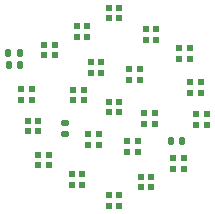
<source format=gbr>
%TF.GenerationSoftware,KiCad,Pcbnew,8.0.4*%
%TF.CreationDate,2024-10-23T12:54:15+11:00*%
%TF.ProjectId,SC_Logo_LED,53435f4c-6f67-46f5-9f4c-45442e6b6963,rev?*%
%TF.SameCoordinates,Original*%
%TF.FileFunction,Soldermask,Top*%
%TF.FilePolarity,Negative*%
%FSLAX46Y46*%
G04 Gerber Fmt 4.6, Leading zero omitted, Abs format (unit mm)*
G04 Created by KiCad (PCBNEW 8.0.4) date 2024-10-23 12:54:15*
%MOMM*%
%LPD*%
G01*
G04 APERTURE LIST*
G04 Aperture macros list*
%AMRoundRect*
0 Rectangle with rounded corners*
0 $1 Rounding radius*
0 $2 $3 $4 $5 $6 $7 $8 $9 X,Y pos of 4 corners*
0 Add a 4 corners polygon primitive as box body*
4,1,4,$2,$3,$4,$5,$6,$7,$8,$9,$2,$3,0*
0 Add four circle primitives for the rounded corners*
1,1,$1+$1,$2,$3*
1,1,$1+$1,$4,$5*
1,1,$1+$1,$6,$7*
1,1,$1+$1,$8,$9*
0 Add four rect primitives between the rounded corners*
20,1,$1+$1,$2,$3,$4,$5,0*
20,1,$1+$1,$4,$5,$6,$7,0*
20,1,$1+$1,$6,$7,$8,$9,0*
20,1,$1+$1,$8,$9,$2,$3,0*%
G04 Aperture macros list end*
%ADD10R,0.500000X0.500000*%
%ADD11RoundRect,0.135000X0.135000X0.185000X-0.135000X0.185000X-0.135000X-0.185000X0.135000X-0.185000X0*%
%ADD12RoundRect,0.140000X-0.140000X-0.170000X0.140000X-0.170000X0.140000X0.170000X-0.140000X0.170000X0*%
%ADD13RoundRect,0.140000X0.170000X-0.140000X0.170000X0.140000X-0.170000X0.140000X-0.170000X-0.140000X0*%
G04 APERTURE END LIST*
D10*
%TO.C,D3*%
X151754000Y-92899434D03*
X151754000Y-93799434D03*
X152654000Y-93799434D03*
X152654000Y-92899434D03*
%TD*%
%TO.C,D2*%
X149035250Y-94469105D03*
X149035250Y-95369105D03*
X149935250Y-95369105D03*
X149935250Y-94469105D03*
%TD*%
%TO.C,D5*%
X157722750Y-96345493D03*
X157722750Y-97245493D03*
X158622750Y-97245493D03*
X158622750Y-96345493D03*
%TD*%
%TO.C,D15*%
X148747473Y-100738000D03*
X149647473Y-100738000D03*
X149647473Y-99838000D03*
X148747473Y-99838000D03*
%TD*%
%TO.C,D1*%
X146316500Y-96038776D03*
X146316500Y-96938776D03*
X147216500Y-96938776D03*
X147216500Y-96038776D03*
%TD*%
%TO.C,D10*%
X152654000Y-109676566D03*
X152654000Y-108776566D03*
X151754000Y-108776566D03*
X151754000Y-109676566D03*
%TD*%
%TO.C,D13*%
X145779000Y-103368274D03*
X145779000Y-102468274D03*
X144879000Y-102468274D03*
X144879000Y-103368274D03*
%TD*%
%TO.C,D21*%
X154760527Y-102738000D03*
X155660527Y-102738000D03*
X155660527Y-101838000D03*
X154760527Y-101838000D03*
%TD*%
%TO.C,D14*%
X145247750Y-100668422D03*
X145247750Y-99768422D03*
X144347750Y-99768422D03*
X144347750Y-100668422D03*
%TD*%
%TO.C,D12*%
X146685250Y-106230507D03*
X146685250Y-105330507D03*
X145785250Y-105330507D03*
X145785250Y-106230507D03*
%TD*%
%TO.C,D7*%
X159160250Y-101907578D03*
X159160250Y-102807578D03*
X160060250Y-102807578D03*
X160060250Y-101907578D03*
%TD*%
%TO.C,D20*%
X153292928Y-105068127D03*
X154192928Y-105068127D03*
X154192928Y-104168127D03*
X153292928Y-104168127D03*
%TD*%
D11*
%TO.C,R1*%
X144274000Y-96716000D03*
X143254000Y-96716000D03*
%TD*%
D10*
%TO.C,D9*%
X155372750Y-108106895D03*
X155372750Y-107206895D03*
X154472750Y-107206895D03*
X154472750Y-108106895D03*
%TD*%
%TO.C,D17*%
X153484536Y-98090405D03*
X153484536Y-98990405D03*
X154384536Y-98990405D03*
X154384536Y-98090405D03*
%TD*%
D12*
%TO.C,C1*%
X143284000Y-97732000D03*
X144244000Y-97732000D03*
%TD*%
%TO.C,C2*%
X157000000Y-104140000D03*
X157960000Y-104140000D03*
%TD*%
D10*
%TO.C,D16*%
X150215072Y-98407873D03*
X151115072Y-98407873D03*
X151115072Y-97507873D03*
X150215072Y-97507873D03*
%TD*%
%TO.C,D4*%
X154879000Y-94703653D03*
X154879000Y-95603653D03*
X155779000Y-95603653D03*
X155779000Y-94703653D03*
%TD*%
D13*
%TO.C,C3*%
X148082000Y-103604000D03*
X148082000Y-102644000D03*
%TD*%
D10*
%TO.C,D19*%
X150023464Y-103585595D03*
X150023464Y-104485595D03*
X150923464Y-104485595D03*
X150923464Y-103585595D03*
%TD*%
%TO.C,D6*%
X158629000Y-99207726D03*
X158629000Y-100107726D03*
X159529000Y-100107726D03*
X159529000Y-99207726D03*
%TD*%
%TO.C,D11*%
X149529000Y-107872347D03*
X149529000Y-106972347D03*
X148629000Y-106972347D03*
X148629000Y-107872347D03*
%TD*%
%TO.C,D18*%
X151754000Y-100838000D03*
X151754000Y-101738000D03*
X152654000Y-101738000D03*
X152654000Y-100838000D03*
%TD*%
%TO.C,D8*%
X158091500Y-106537224D03*
X158091500Y-105637224D03*
X157191500Y-105637224D03*
X157191500Y-106537224D03*
%TD*%
M02*

</source>
